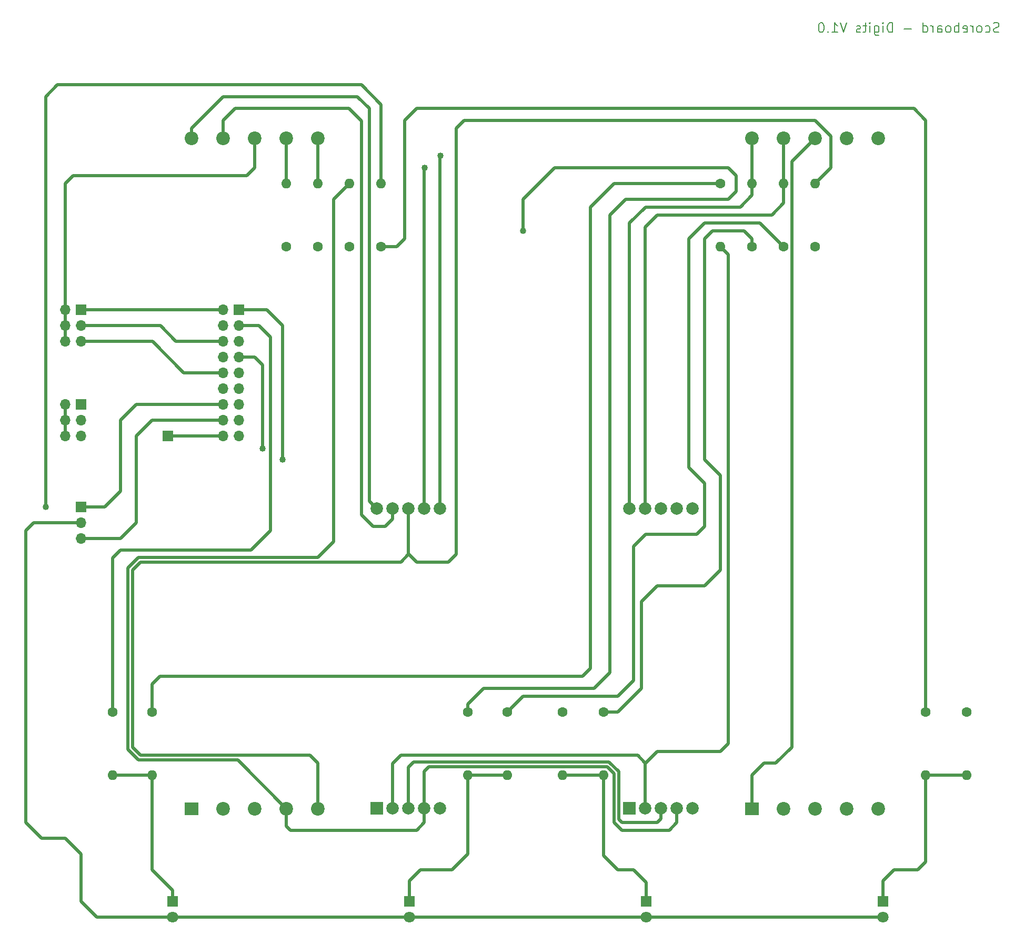
<source format=gbr>
%TF.GenerationSoftware,KiCad,Pcbnew,7.0.2*%
%TF.CreationDate,2023-07-06T23:20:30-07:00*%
%TF.ProjectId,Score-Board-Digits,53636f72-652d-4426-9f61-72642d446967,1*%
%TF.SameCoordinates,Original*%
%TF.FileFunction,Copper,L2,Bot*%
%TF.FilePolarity,Positive*%
%FSLAX46Y46*%
G04 Gerber Fmt 4.6, Leading zero omitted, Abs format (unit mm)*
G04 Created by KiCad (PCBNEW 7.0.2) date 2023-07-06 23:20:30*
%MOMM*%
%LPD*%
G01*
G04 APERTURE LIST*
%ADD10C,0.203200*%
%TA.AperFunction,NonConductor*%
%ADD11C,0.203200*%
%TD*%
%TA.AperFunction,ComponentPad*%
%ADD12R,1.800000X1.800000*%
%TD*%
%TA.AperFunction,ComponentPad*%
%ADD13C,1.800000*%
%TD*%
%TA.AperFunction,ComponentPad*%
%ADD14R,2.200000X2.000000*%
%TD*%
%TA.AperFunction,ComponentPad*%
%ADD15C,2.200000*%
%TD*%
%TA.AperFunction,ComponentPad*%
%ADD16R,2.000000X2.000000*%
%TD*%
%TA.AperFunction,ComponentPad*%
%ADD17C,2.000000*%
%TD*%
%TA.AperFunction,ComponentPad*%
%ADD18C,1.600000*%
%TD*%
%TA.AperFunction,ComponentPad*%
%ADD19O,1.600000X1.600000*%
%TD*%
%TA.AperFunction,ComponentPad*%
%ADD20R,1.700000X1.700000*%
%TD*%
%TA.AperFunction,ComponentPad*%
%ADD21O,1.700000X1.700000*%
%TD*%
%TA.AperFunction,ViaPad*%
%ADD22C,1.016000*%
%TD*%
%TA.AperFunction,Conductor*%
%ADD23C,0.508000*%
%TD*%
G04 APERTURE END LIST*
D10*
D11*
X181984714Y-22035920D02*
X181767000Y-22108491D01*
X181767000Y-22108491D02*
X181404142Y-22108491D01*
X181404142Y-22108491D02*
X181259000Y-22035920D01*
X181259000Y-22035920D02*
X181186428Y-21963348D01*
X181186428Y-21963348D02*
X181113857Y-21818205D01*
X181113857Y-21818205D02*
X181113857Y-21673062D01*
X181113857Y-21673062D02*
X181186428Y-21527920D01*
X181186428Y-21527920D02*
X181259000Y-21455348D01*
X181259000Y-21455348D02*
X181404142Y-21382777D01*
X181404142Y-21382777D02*
X181694428Y-21310205D01*
X181694428Y-21310205D02*
X181839571Y-21237634D01*
X181839571Y-21237634D02*
X181912142Y-21165062D01*
X181912142Y-21165062D02*
X181984714Y-21019920D01*
X181984714Y-21019920D02*
X181984714Y-20874777D01*
X181984714Y-20874777D02*
X181912142Y-20729634D01*
X181912142Y-20729634D02*
X181839571Y-20657062D01*
X181839571Y-20657062D02*
X181694428Y-20584491D01*
X181694428Y-20584491D02*
X181331571Y-20584491D01*
X181331571Y-20584491D02*
X181113857Y-20657062D01*
X179807571Y-22035920D02*
X179952713Y-22108491D01*
X179952713Y-22108491D02*
X180242999Y-22108491D01*
X180242999Y-22108491D02*
X180388142Y-22035920D01*
X180388142Y-22035920D02*
X180460713Y-21963348D01*
X180460713Y-21963348D02*
X180533285Y-21818205D01*
X180533285Y-21818205D02*
X180533285Y-21382777D01*
X180533285Y-21382777D02*
X180460713Y-21237634D01*
X180460713Y-21237634D02*
X180388142Y-21165062D01*
X180388142Y-21165062D02*
X180242999Y-21092491D01*
X180242999Y-21092491D02*
X179952713Y-21092491D01*
X179952713Y-21092491D02*
X179807571Y-21165062D01*
X178936713Y-22108491D02*
X179081856Y-22035920D01*
X179081856Y-22035920D02*
X179154427Y-21963348D01*
X179154427Y-21963348D02*
X179226999Y-21818205D01*
X179226999Y-21818205D02*
X179226999Y-21382777D01*
X179226999Y-21382777D02*
X179154427Y-21237634D01*
X179154427Y-21237634D02*
X179081856Y-21165062D01*
X179081856Y-21165062D02*
X178936713Y-21092491D01*
X178936713Y-21092491D02*
X178718999Y-21092491D01*
X178718999Y-21092491D02*
X178573856Y-21165062D01*
X178573856Y-21165062D02*
X178501285Y-21237634D01*
X178501285Y-21237634D02*
X178428713Y-21382777D01*
X178428713Y-21382777D02*
X178428713Y-21818205D01*
X178428713Y-21818205D02*
X178501285Y-21963348D01*
X178501285Y-21963348D02*
X178573856Y-22035920D01*
X178573856Y-22035920D02*
X178718999Y-22108491D01*
X178718999Y-22108491D02*
X178936713Y-22108491D01*
X177775570Y-22108491D02*
X177775570Y-21092491D01*
X177775570Y-21382777D02*
X177702999Y-21237634D01*
X177702999Y-21237634D02*
X177630428Y-21165062D01*
X177630428Y-21165062D02*
X177485285Y-21092491D01*
X177485285Y-21092491D02*
X177340142Y-21092491D01*
X176251570Y-22035920D02*
X176396713Y-22108491D01*
X176396713Y-22108491D02*
X176686999Y-22108491D01*
X176686999Y-22108491D02*
X176832141Y-22035920D01*
X176832141Y-22035920D02*
X176904713Y-21890777D01*
X176904713Y-21890777D02*
X176904713Y-21310205D01*
X176904713Y-21310205D02*
X176832141Y-21165062D01*
X176832141Y-21165062D02*
X176686999Y-21092491D01*
X176686999Y-21092491D02*
X176396713Y-21092491D01*
X176396713Y-21092491D02*
X176251570Y-21165062D01*
X176251570Y-21165062D02*
X176178999Y-21310205D01*
X176178999Y-21310205D02*
X176178999Y-21455348D01*
X176178999Y-21455348D02*
X176904713Y-21600491D01*
X175525855Y-22108491D02*
X175525855Y-20584491D01*
X175525855Y-21165062D02*
X175380713Y-21092491D01*
X175380713Y-21092491D02*
X175090427Y-21092491D01*
X175090427Y-21092491D02*
X174945284Y-21165062D01*
X174945284Y-21165062D02*
X174872713Y-21237634D01*
X174872713Y-21237634D02*
X174800141Y-21382777D01*
X174800141Y-21382777D02*
X174800141Y-21818205D01*
X174800141Y-21818205D02*
X174872713Y-21963348D01*
X174872713Y-21963348D02*
X174945284Y-22035920D01*
X174945284Y-22035920D02*
X175090427Y-22108491D01*
X175090427Y-22108491D02*
X175380713Y-22108491D01*
X175380713Y-22108491D02*
X175525855Y-22035920D01*
X173929284Y-22108491D02*
X174074427Y-22035920D01*
X174074427Y-22035920D02*
X174146998Y-21963348D01*
X174146998Y-21963348D02*
X174219570Y-21818205D01*
X174219570Y-21818205D02*
X174219570Y-21382777D01*
X174219570Y-21382777D02*
X174146998Y-21237634D01*
X174146998Y-21237634D02*
X174074427Y-21165062D01*
X174074427Y-21165062D02*
X173929284Y-21092491D01*
X173929284Y-21092491D02*
X173711570Y-21092491D01*
X173711570Y-21092491D02*
X173566427Y-21165062D01*
X173566427Y-21165062D02*
X173493856Y-21237634D01*
X173493856Y-21237634D02*
X173421284Y-21382777D01*
X173421284Y-21382777D02*
X173421284Y-21818205D01*
X173421284Y-21818205D02*
X173493856Y-21963348D01*
X173493856Y-21963348D02*
X173566427Y-22035920D01*
X173566427Y-22035920D02*
X173711570Y-22108491D01*
X173711570Y-22108491D02*
X173929284Y-22108491D01*
X172114999Y-22108491D02*
X172114999Y-21310205D01*
X172114999Y-21310205D02*
X172187570Y-21165062D01*
X172187570Y-21165062D02*
X172332713Y-21092491D01*
X172332713Y-21092491D02*
X172622999Y-21092491D01*
X172622999Y-21092491D02*
X172768141Y-21165062D01*
X172114999Y-22035920D02*
X172260141Y-22108491D01*
X172260141Y-22108491D02*
X172622999Y-22108491D01*
X172622999Y-22108491D02*
X172768141Y-22035920D01*
X172768141Y-22035920D02*
X172840713Y-21890777D01*
X172840713Y-21890777D02*
X172840713Y-21745634D01*
X172840713Y-21745634D02*
X172768141Y-21600491D01*
X172768141Y-21600491D02*
X172622999Y-21527920D01*
X172622999Y-21527920D02*
X172260141Y-21527920D01*
X172260141Y-21527920D02*
X172114999Y-21455348D01*
X171389284Y-22108491D02*
X171389284Y-21092491D01*
X171389284Y-21382777D02*
X171316713Y-21237634D01*
X171316713Y-21237634D02*
X171244142Y-21165062D01*
X171244142Y-21165062D02*
X171098999Y-21092491D01*
X171098999Y-21092491D02*
X170953856Y-21092491D01*
X169792713Y-22108491D02*
X169792713Y-20584491D01*
X169792713Y-22035920D02*
X169937855Y-22108491D01*
X169937855Y-22108491D02*
X170228141Y-22108491D01*
X170228141Y-22108491D02*
X170373284Y-22035920D01*
X170373284Y-22035920D02*
X170445855Y-21963348D01*
X170445855Y-21963348D02*
X170518427Y-21818205D01*
X170518427Y-21818205D02*
X170518427Y-21382777D01*
X170518427Y-21382777D02*
X170445855Y-21237634D01*
X170445855Y-21237634D02*
X170373284Y-21165062D01*
X170373284Y-21165062D02*
X170228141Y-21092491D01*
X170228141Y-21092491D02*
X169937855Y-21092491D01*
X169937855Y-21092491D02*
X169792713Y-21165062D01*
X167905855Y-21527920D02*
X166744713Y-21527920D01*
X164857855Y-22108491D02*
X164857855Y-20584491D01*
X164857855Y-20584491D02*
X164494998Y-20584491D01*
X164494998Y-20584491D02*
X164277284Y-20657062D01*
X164277284Y-20657062D02*
X164132141Y-20802205D01*
X164132141Y-20802205D02*
X164059570Y-20947348D01*
X164059570Y-20947348D02*
X163986998Y-21237634D01*
X163986998Y-21237634D02*
X163986998Y-21455348D01*
X163986998Y-21455348D02*
X164059570Y-21745634D01*
X164059570Y-21745634D02*
X164132141Y-21890777D01*
X164132141Y-21890777D02*
X164277284Y-22035920D01*
X164277284Y-22035920D02*
X164494998Y-22108491D01*
X164494998Y-22108491D02*
X164857855Y-22108491D01*
X163333855Y-22108491D02*
X163333855Y-21092491D01*
X163333855Y-20584491D02*
X163406427Y-20657062D01*
X163406427Y-20657062D02*
X163333855Y-20729634D01*
X163333855Y-20729634D02*
X163261284Y-20657062D01*
X163261284Y-20657062D02*
X163333855Y-20584491D01*
X163333855Y-20584491D02*
X163333855Y-20729634D01*
X161954999Y-21092491D02*
X161954999Y-22326205D01*
X161954999Y-22326205D02*
X162027570Y-22471348D01*
X162027570Y-22471348D02*
X162100141Y-22543920D01*
X162100141Y-22543920D02*
X162245284Y-22616491D01*
X162245284Y-22616491D02*
X162462999Y-22616491D01*
X162462999Y-22616491D02*
X162608141Y-22543920D01*
X161954999Y-22035920D02*
X162100141Y-22108491D01*
X162100141Y-22108491D02*
X162390427Y-22108491D01*
X162390427Y-22108491D02*
X162535570Y-22035920D01*
X162535570Y-22035920D02*
X162608141Y-21963348D01*
X162608141Y-21963348D02*
X162680713Y-21818205D01*
X162680713Y-21818205D02*
X162680713Y-21382777D01*
X162680713Y-21382777D02*
X162608141Y-21237634D01*
X162608141Y-21237634D02*
X162535570Y-21165062D01*
X162535570Y-21165062D02*
X162390427Y-21092491D01*
X162390427Y-21092491D02*
X162100141Y-21092491D01*
X162100141Y-21092491D02*
X161954999Y-21165062D01*
X161229284Y-22108491D02*
X161229284Y-21092491D01*
X161229284Y-20584491D02*
X161301856Y-20657062D01*
X161301856Y-20657062D02*
X161229284Y-20729634D01*
X161229284Y-20729634D02*
X161156713Y-20657062D01*
X161156713Y-20657062D02*
X161229284Y-20584491D01*
X161229284Y-20584491D02*
X161229284Y-20729634D01*
X160721285Y-21092491D02*
X160140713Y-21092491D01*
X160503570Y-20584491D02*
X160503570Y-21890777D01*
X160503570Y-21890777D02*
X160430999Y-22035920D01*
X160430999Y-22035920D02*
X160285856Y-22108491D01*
X160285856Y-22108491D02*
X160140713Y-22108491D01*
X159705285Y-22035920D02*
X159560142Y-22108491D01*
X159560142Y-22108491D02*
X159269856Y-22108491D01*
X159269856Y-22108491D02*
X159124713Y-22035920D01*
X159124713Y-22035920D02*
X159052142Y-21890777D01*
X159052142Y-21890777D02*
X159052142Y-21818205D01*
X159052142Y-21818205D02*
X159124713Y-21673062D01*
X159124713Y-21673062D02*
X159269856Y-21600491D01*
X159269856Y-21600491D02*
X159487571Y-21600491D01*
X159487571Y-21600491D02*
X159632713Y-21527920D01*
X159632713Y-21527920D02*
X159705285Y-21382777D01*
X159705285Y-21382777D02*
X159705285Y-21310205D01*
X159705285Y-21310205D02*
X159632713Y-21165062D01*
X159632713Y-21165062D02*
X159487571Y-21092491D01*
X159487571Y-21092491D02*
X159269856Y-21092491D01*
X159269856Y-21092491D02*
X159124713Y-21165062D01*
X157455571Y-20584491D02*
X156947571Y-22108491D01*
X156947571Y-22108491D02*
X156439571Y-20584491D01*
X155133285Y-22108491D02*
X156004142Y-22108491D01*
X155568713Y-22108491D02*
X155568713Y-20584491D01*
X155568713Y-20584491D02*
X155713856Y-20802205D01*
X155713856Y-20802205D02*
X155858999Y-20947348D01*
X155858999Y-20947348D02*
X156004142Y-21019920D01*
X154480141Y-21963348D02*
X154407570Y-22035920D01*
X154407570Y-22035920D02*
X154480141Y-22108491D01*
X154480141Y-22108491D02*
X154552713Y-22035920D01*
X154552713Y-22035920D02*
X154480141Y-21963348D01*
X154480141Y-21963348D02*
X154480141Y-22108491D01*
X153464142Y-20584491D02*
X153318999Y-20584491D01*
X153318999Y-20584491D02*
X153173856Y-20657062D01*
X153173856Y-20657062D02*
X153101285Y-20729634D01*
X153101285Y-20729634D02*
X153028713Y-20874777D01*
X153028713Y-20874777D02*
X152956142Y-21165062D01*
X152956142Y-21165062D02*
X152956142Y-21527920D01*
X152956142Y-21527920D02*
X153028713Y-21818205D01*
X153028713Y-21818205D02*
X153101285Y-21963348D01*
X153101285Y-21963348D02*
X153173856Y-22035920D01*
X153173856Y-22035920D02*
X153318999Y-22108491D01*
X153318999Y-22108491D02*
X153464142Y-22108491D01*
X153464142Y-22108491D02*
X153609285Y-22035920D01*
X153609285Y-22035920D02*
X153681856Y-21963348D01*
X153681856Y-21963348D02*
X153754427Y-21818205D01*
X153754427Y-21818205D02*
X153826999Y-21527920D01*
X153826999Y-21527920D02*
X153826999Y-21165062D01*
X153826999Y-21165062D02*
X153754427Y-20874777D01*
X153754427Y-20874777D02*
X153681856Y-20729634D01*
X153681856Y-20729634D02*
X153609285Y-20657062D01*
X153609285Y-20657062D02*
X153464142Y-20584491D01*
D12*
%TO.P,LED4,1,K*%
%TO.N,Net-(LED4-K)*%
X163352000Y-161995000D03*
D13*
%TO.P,LED4,2,A*%
%TO.N,Net-(LED1-A)*%
X163352000Y-164535000D03*
%TD*%
D14*
%TO.P,DIG4,1,CA*%
%TO.N,Net-(OPT1-Pin_2)*%
X142270000Y-147095000D03*
D15*
%TO.P,DIG4,2,E*%
%TO.N,/SDA.E*%
X147350000Y-147095000D03*
%TO.P,DIG4,3,D*%
%TO.N,/SDA.D*%
X152430000Y-147095000D03*
%TO.P,DIG4,4,C*%
%TO.N,/SDA.C*%
X157510000Y-147095000D03*
%TO.P,DIG4,5,DP*%
%TO.N,/SDA.P*%
X162590000Y-147095000D03*
%TO.P,DIG4,6,B*%
%TO.N,/SDA.B*%
X162590000Y-39145000D03*
%TO.P,DIG4,7,A*%
%TO.N,/SDA.A*%
X157510000Y-39145000D03*
%TO.P,DIG4,8,CA*%
%TO.N,Net-(OPT1-Pin_2)*%
X152430000Y-39145000D03*
%TO.P,DIG4,9,F*%
%TO.N,/SDA.F*%
X147350000Y-39145000D03*
%TO.P,DIG4,10,G*%
%TO.N,/SDA.G*%
X142270000Y-39145000D03*
%TD*%
D16*
%TO.P,DIG1,1,CA*%
%TO.N,Net-(OPT10-Pin_2)*%
X81894200Y-147059800D03*
D17*
%TO.P,DIG1,2,E*%
%TO.N,/SDA.E*%
X84442000Y-147059800D03*
%TO.P,DIG1,3,D*%
%TO.N,/SDA.D*%
X86974200Y-147059800D03*
%TO.P,DIG1,4,C*%
%TO.N,/SDA.C*%
X89522000Y-147059800D03*
%TO.P,DIG1,5,CA*%
%TO.N,Net-(OPT10-Pin_2)*%
X92062000Y-147059800D03*
%TO.P,DIG1,6,B*%
%TO.N,/SDA.B*%
X92054200Y-98799800D03*
%TO.P,DIG1,7,A*%
%TO.N,/SDA.A*%
X89514200Y-98799800D03*
%TO.P,DIG1,8,DP*%
%TO.N,/SDA.P*%
X86974200Y-98799800D03*
%TO.P,DIG1,9,F*%
%TO.N,/SDA.F*%
X84434200Y-98799800D03*
%TO.P,DIG1,10,G*%
%TO.N,/SDA.G*%
X81894200Y-98799800D03*
%TD*%
D14*
%TO.P,DIG3,1,CA*%
%TO.N,Net-(OPT10-Pin_2)*%
X52100000Y-147095000D03*
D15*
%TO.P,DIG3,2,E*%
%TO.N,/SDA.E*%
X57180000Y-147095000D03*
%TO.P,DIG3,3,D*%
%TO.N,/SDA.D*%
X62260000Y-147095000D03*
%TO.P,DIG3,4,C*%
%TO.N,/SDA.C*%
X67340000Y-147095000D03*
%TO.P,DIG3,5,DP*%
%TO.N,/SDA.P*%
X72420000Y-147095000D03*
%TO.P,DIG3,6,B*%
%TO.N,/SDA.B*%
X72420000Y-39145000D03*
%TO.P,DIG3,7,A*%
%TO.N,/SDA.A*%
X67340000Y-39145000D03*
%TO.P,DIG3,8,CA*%
%TO.N,Net-(OPT10-Pin_2)*%
X62260000Y-39145000D03*
%TO.P,DIG3,9,F*%
%TO.N,/SDA.F*%
X57180000Y-39145000D03*
%TO.P,DIG3,10,G*%
%TO.N,/SDA.G*%
X52100000Y-39145000D03*
%TD*%
D12*
%TO.P,LED1,1,K*%
%TO.N,Net-(LED1-K)*%
X49052000Y-161995000D03*
D13*
%TO.P,LED1,2,A*%
%TO.N,Net-(LED1-A)*%
X49052000Y-164535000D03*
%TD*%
D12*
%TO.P,LED3,1,K*%
%TO.N,Net-(LED3-K)*%
X125252000Y-161995000D03*
D13*
%TO.P,LED3,2,A*%
%TO.N,Net-(LED1-A)*%
X125252000Y-164535000D03*
%TD*%
D12*
%TO.P,LED2,1,K*%
%TO.N,Net-(LED2-K)*%
X87152000Y-161995000D03*
D13*
%TO.P,LED2,2,A*%
%TO.N,Net-(LED1-A)*%
X87152000Y-164535000D03*
%TD*%
D16*
%TO.P,DIG2,1,CA*%
%TO.N,Net-(OPT1-Pin_2)*%
X122534200Y-147059800D03*
D17*
%TO.P,DIG2,2,E*%
%TO.N,/SDA.E*%
X125082000Y-147059800D03*
%TO.P,DIG2,3,D*%
%TO.N,/SDA.D*%
X127614200Y-147059800D03*
%TO.P,DIG2,4,C*%
%TO.N,/SDA.C*%
X130162000Y-147059800D03*
%TO.P,DIG2,5,CA*%
%TO.N,Net-(OPT1-Pin_2)*%
X132702000Y-147059800D03*
%TO.P,DIG2,6,B*%
%TO.N,/SDA.B*%
X132694200Y-98799800D03*
%TO.P,DIG2,7,A*%
%TO.N,/SDA.A*%
X130154200Y-98799800D03*
%TO.P,DIG2,8,DP*%
%TO.N,/SDA.P*%
X127614200Y-98799800D03*
%TO.P,DIG2,9,F*%
%TO.N,/SDA.F*%
X125074200Y-98799800D03*
%TO.P,DIG2,10,G*%
%TO.N,/SDA.G*%
X122534200Y-98799800D03*
%TD*%
D18*
%TO.P,R5,1*%
%TO.N,/SD.E*%
X137190000Y-46425000D03*
D19*
%TO.P,R5,2*%
%TO.N,/SDA.E*%
X137190000Y-56585000D03*
%TD*%
D18*
%TO.P,R12,1*%
%TO.N,/SD.D*%
X170210000Y-131515000D03*
D19*
%TO.P,R12,2*%
%TO.N,Net-(LED4-K)*%
X170210000Y-141675000D03*
%TD*%
D20*
%TO.P,OPT10,1,Pin_1*%
%TO.N,Net-(J1-Pin_2)*%
X34325000Y-66760000D03*
D21*
%TO.P,OPT10,2,Pin_2*%
%TO.N,Net-(OPT10-Pin_2)*%
X31785000Y-66760000D03*
%TO.P,OPT10,3,Pin_3*%
%TO.N,Net-(J1-Pin_6)*%
X34325000Y-69300000D03*
%TO.P,OPT10,4,Pin_4*%
%TO.N,Net-(OPT10-Pin_2)*%
X31785000Y-69300000D03*
%TO.P,OPT10,5,Pin_5*%
%TO.N,Net-(J1-Pin_10)*%
X34325000Y-71840000D03*
%TO.P,OPT10,6,Pin_6*%
%TO.N,Net-(OPT10-Pin_2)*%
X31785000Y-71840000D03*
%TD*%
D18*
%TO.P,R7,1*%
%TO.N,/SD.G*%
X142270000Y-56585000D03*
D19*
%TO.P,R7,2*%
%TO.N,/SDA.G*%
X142270000Y-46425000D03*
%TD*%
D20*
%TO.P,J1,1,Pin_1*%
%TO.N,GND*%
X59725000Y-66755000D03*
D21*
%TO.P,J1,2,Pin_2*%
%TO.N,Net-(J1-Pin_2)*%
X57185000Y-66755000D03*
%TO.P,J1,3,Pin_3*%
%TO.N,/SD.A*%
X59725000Y-69295000D03*
%TO.P,J1,4,Pin_4*%
%TO.N,Net-(J1-Pin_4)*%
X57185000Y-69295000D03*
%TO.P,J1,5,Pin_5*%
%TO.N,/SD.B*%
X59725000Y-71835000D03*
%TO.P,J1,6,Pin_6*%
%TO.N,Net-(J1-Pin_6)*%
X57185000Y-71835000D03*
%TO.P,J1,7,Pin_7*%
%TO.N,/SD.C*%
X59725000Y-74375000D03*
%TO.P,J1,8,Pin_8*%
%TO.N,Net-(J1-Pin_8)*%
X57185000Y-74375000D03*
%TO.P,J1,9,Pin_9*%
%TO.N,/SD.D*%
X59725000Y-76915000D03*
%TO.P,J1,10,Pin_10*%
%TO.N,Net-(J1-Pin_10)*%
X57185000Y-76915000D03*
%TO.P,J1,11,Pin_11*%
%TO.N,/SD.E*%
X59725000Y-79455000D03*
%TO.P,J1,12,Pin_12*%
%TO.N,Net-(J1-Pin_12)*%
X57185000Y-79455000D03*
%TO.P,J1,13,Pin_13*%
%TO.N,/SD.F*%
X59725000Y-81995000D03*
%TO.P,J1,14,Pin_14*%
%TO.N,Net-(J1-Pin_14)*%
X57185000Y-81995000D03*
%TO.P,J1,15,Pin_15*%
%TO.N,/SD.G*%
X59725000Y-84535000D03*
%TO.P,J1,16,Pin_16*%
%TO.N,Net-(J1-Pin_16)*%
X57185000Y-84535000D03*
%TO.P,J1,17,Pin_17*%
%TO.N,/SD.P*%
X59725000Y-87075000D03*
%TO.P,J1,18,Pin_18*%
%TO.N,GND*%
X57185000Y-87075000D03*
%TD*%
D18*
%TO.P,R13,1*%
%TO.N,/SD.E*%
X45750000Y-131515000D03*
D19*
%TO.P,R13,2*%
%TO.N,Net-(LED1-K)*%
X45750000Y-141675000D03*
%TD*%
D18*
%TO.P,R10,1*%
%TO.N,/SD.B*%
X96550000Y-131515000D03*
D19*
%TO.P,R10,2*%
%TO.N,Net-(LED2-K)*%
X96550000Y-141675000D03*
%TD*%
D18*
%TO.P,R2,1*%
%TO.N,/SD.B*%
X72420000Y-56585000D03*
D19*
%TO.P,R2,2*%
%TO.N,/SDA.B*%
X72420000Y-46425000D03*
%TD*%
D18*
%TO.P,R11,1*%
%TO.N,/SD.C*%
X111790000Y-131515000D03*
D19*
%TO.P,R11,2*%
%TO.N,Net-(LED3-K)*%
X111790000Y-141675000D03*
%TD*%
D18*
%TO.P,R6,1*%
%TO.N,/SD.F*%
X147350000Y-56585000D03*
D19*
%TO.P,R6,2*%
%TO.N,/SDA.F*%
X147350000Y-46425000D03*
%TD*%
D18*
%TO.P,R3,1*%
%TO.N,/SD.C*%
X77500000Y-56585000D03*
D19*
%TO.P,R3,2*%
%TO.N,/SDA.C*%
X77500000Y-46425000D03*
%TD*%
D18*
%TO.P,R16,1*%
%TO.N,/SD.P*%
X176814000Y-131515000D03*
D19*
%TO.P,R16,2*%
%TO.N,Net-(LED4-K)*%
X176814000Y-141675000D03*
%TD*%
D20*
%TO.P,GND,1,Pin_1*%
%TO.N,GND*%
X48290000Y-87065000D03*
%TD*%
D18*
%TO.P,R14,1*%
%TO.N,/SD.F*%
X102900000Y-131515000D03*
D19*
%TO.P,R14,2*%
%TO.N,Net-(LED2-K)*%
X102900000Y-141675000D03*
%TD*%
D18*
%TO.P,R4,1*%
%TO.N,/SD.D*%
X82580000Y-56585000D03*
D19*
%TO.P,R4,2*%
%TO.N,/SDA.D*%
X82580000Y-46425000D03*
%TD*%
D18*
%TO.P,R8,1*%
%TO.N,/SD.P*%
X152430000Y-56585000D03*
D19*
%TO.P,R8,2*%
%TO.N,/SDA.P*%
X152430000Y-46425000D03*
%TD*%
D20*
%TO.P,OPT1,1,Pin_1*%
%TO.N,Net-(J1-Pin_4)*%
X34325000Y-82000000D03*
D21*
%TO.P,OPT1,2,Pin_2*%
%TO.N,Net-(OPT1-Pin_2)*%
X31785000Y-82000000D03*
%TO.P,OPT1,3,Pin_3*%
%TO.N,Net-(J1-Pin_8)*%
X34325000Y-84540000D03*
%TO.P,OPT1,4,Pin_4*%
%TO.N,Net-(OPT1-Pin_2)*%
X31785000Y-84540000D03*
%TO.P,OPT1,5,Pin_5*%
%TO.N,Net-(J1-Pin_12)*%
X34325000Y-87080000D03*
%TO.P,OPT1,6,Pin_6*%
%TO.N,Net-(OPT1-Pin_2)*%
X31785000Y-87080000D03*
%TD*%
D18*
%TO.P,R9,1*%
%TO.N,/SD.A*%
X39400000Y-131515000D03*
D19*
%TO.P,R9,2*%
%TO.N,Net-(LED1-K)*%
X39400000Y-141675000D03*
%TD*%
D20*
%TO.P,OPT-IND,1,Pin_A*%
%TO.N,Net-(J1-Pin_14)*%
X34320000Y-98495000D03*
D21*
%TO.P,OPT-IND,2,Pin_Common*%
%TO.N,Net-(LED1-A)*%
X34320000Y-101035000D03*
%TO.P,OPT-IND,3,Pin_B*%
%TO.N,Net-(J1-Pin_16)*%
X34320000Y-103575000D03*
%TD*%
D18*
%TO.P,R15,1*%
%TO.N,/SD.G*%
X118394000Y-131515000D03*
D19*
%TO.P,R15,2*%
%TO.N,Net-(LED3-K)*%
X118394000Y-141675000D03*
%TD*%
D18*
%TO.P,R1,1*%
%TO.N,/SD.A*%
X67340000Y-56585000D03*
D19*
%TO.P,R1,2*%
%TO.N,/SDA.A*%
X67340000Y-46425000D03*
%TD*%
D22*
%TO.N,/SDA.D*%
X28605000Y-98495000D03*
%TO.N,/SDA.B*%
X92105000Y-41980000D03*
%TO.N,/SDA.A*%
X89565000Y-43885000D03*
%TO.N,GND*%
X66705000Y-90875000D03*
%TO.N,/SD.B*%
X105440000Y-54045000D03*
%TO.N,/SD.C*%
X63530000Y-89097000D03*
%TD*%
D23*
%TO.N,/SDA.E*%
X127030000Y-137865000D02*
X137190000Y-137865000D01*
X125082000Y-139813000D02*
X127030000Y-137865000D01*
X138460000Y-136595000D02*
X138460000Y-57855000D01*
X125082000Y-139727000D02*
X123855000Y-138500000D01*
X84442000Y-139813000D02*
X84442000Y-147059800D01*
X85755000Y-138500000D02*
X84442000Y-139813000D01*
X138460000Y-57855000D02*
X137190000Y-56585000D01*
X123855000Y-138500000D02*
X85755000Y-138500000D01*
X125082000Y-147059800D02*
X125082000Y-139813000D01*
X137190000Y-137865000D02*
X138460000Y-136595000D01*
%TO.N,/SDA.D*%
X82580000Y-33725000D02*
X79405000Y-30550000D01*
X127030000Y-149295000D02*
X121315000Y-149295000D01*
X127614200Y-147059800D02*
X127614200Y-148710800D01*
X87825000Y-139605000D02*
X86974200Y-140455800D01*
X28605000Y-32455000D02*
X28605000Y-98495000D01*
X86974200Y-140455800D02*
X86974200Y-147059800D01*
X82580000Y-46425000D02*
X82580000Y-33725000D01*
X119251422Y-139605000D02*
X87825000Y-139605000D01*
X120807000Y-148787000D02*
X120807000Y-141160578D01*
X30510000Y-30550000D02*
X28605000Y-32455000D01*
X120807000Y-141160578D02*
X119251422Y-139605000D01*
X127614200Y-148710800D02*
X127030000Y-149295000D01*
X121315000Y-149295000D02*
X120807000Y-148787000D01*
X79405000Y-30550000D02*
X30510000Y-30550000D01*
%TO.N,/SDA.C*%
X120045000Y-141476208D02*
X118935792Y-140367000D01*
X67340000Y-149930000D02*
X67975000Y-150565000D01*
X59507000Y-139262000D02*
X43529370Y-139262000D01*
X88295000Y-150565000D02*
X89522000Y-149338000D01*
X89522000Y-141083000D02*
X89522000Y-147059800D01*
X130162000Y-147059800D02*
X130162000Y-149338000D01*
X118935792Y-140367000D02*
X90238000Y-140367000D01*
X77500000Y-46425000D02*
X74960000Y-48965000D01*
X89522000Y-149338000D02*
X89522000Y-147059800D01*
X128935000Y-150565000D02*
X121315000Y-150565000D01*
X67975000Y-150565000D02*
X88295000Y-150565000D01*
X74960000Y-104083000D02*
X72420000Y-106623000D01*
X41813000Y-108339370D02*
X43529370Y-106623000D01*
X121315000Y-150565000D02*
X120045000Y-149295000D01*
X43529370Y-139262000D02*
X41813000Y-137545630D01*
X130162000Y-149338000D02*
X128935000Y-150565000D01*
X43529370Y-106623000D02*
X72420000Y-106623000D01*
X67340000Y-147095000D02*
X67340000Y-149930000D01*
X120045000Y-149295000D02*
X120045000Y-141476208D01*
X74960000Y-48965000D02*
X74960000Y-104083000D01*
X67340000Y-147095000D02*
X59507000Y-139262000D01*
X90238000Y-140367000D02*
X89522000Y-141083000D01*
X41813000Y-137545630D02*
X41813000Y-108339370D01*
%TO.N,/SDA.B*%
X92054200Y-42030800D02*
X92105000Y-41980000D01*
X72420000Y-46425000D02*
X72420000Y-39145000D01*
X92054200Y-98799800D02*
X92054200Y-42030800D01*
%TO.N,/SDA.A*%
X67340000Y-46425000D02*
X67340000Y-39145000D01*
X89514200Y-98799800D02*
X89514200Y-43935800D01*
X89514200Y-43935800D02*
X89565000Y-43885000D01*
%TO.N,/SDA.P*%
X71150000Y-138500000D02*
X43845000Y-138500000D01*
X72420000Y-147095000D02*
X72420000Y-139770000D01*
X154970000Y-43885000D02*
X152430000Y-46425000D01*
X87075800Y-106165800D02*
X88295000Y-107385000D01*
X94645000Y-106115000D02*
X94645000Y-37535000D01*
X93375000Y-107385000D02*
X94645000Y-106115000D01*
X94645000Y-37535000D02*
X95915000Y-36265000D01*
X95915000Y-36265000D02*
X152430000Y-36265000D01*
X72420000Y-139770000D02*
X71150000Y-138500000D01*
X88295000Y-107385000D02*
X93375000Y-107385000D01*
X43845000Y-138500000D02*
X42575000Y-137230000D01*
X42575000Y-137230000D02*
X42575000Y-108655000D01*
X86974200Y-106165800D02*
X87075800Y-106165800D01*
X152430000Y-36265000D02*
X154970000Y-38805000D01*
X85755000Y-107385000D02*
X86974200Y-106165800D01*
X86974200Y-98799800D02*
X86974200Y-106165800D01*
X42575000Y-108655000D02*
X43845000Y-107385000D01*
X43845000Y-107385000D02*
X85755000Y-107385000D01*
X154970000Y-38805000D02*
X154970000Y-43885000D01*
%TO.N,/SDA.F*%
X81310000Y-101670000D02*
X83215000Y-101670000D01*
X57180000Y-36265000D02*
X59085000Y-34360000D01*
X127030000Y-51505000D02*
X125074200Y-53460800D01*
X147350000Y-46425000D02*
X147350000Y-39145000D01*
X125074200Y-53460800D02*
X125074200Y-98799800D01*
X84434200Y-100450800D02*
X84434200Y-98799800D01*
X79405000Y-99765000D02*
X81310000Y-101670000D01*
X79405000Y-36392000D02*
X79405000Y-99765000D01*
X147350000Y-49600000D02*
X145445000Y-51505000D01*
X145445000Y-51505000D02*
X127030000Y-51505000D01*
X57180000Y-39145000D02*
X57180000Y-36265000D01*
X77373000Y-34360000D02*
X79405000Y-36392000D01*
X83215000Y-101670000D02*
X84434200Y-100450800D01*
X147350000Y-46425000D02*
X147350000Y-49600000D01*
X59085000Y-34360000D02*
X77373000Y-34360000D01*
%TO.N,/SDA.G*%
X57180000Y-32455000D02*
X78770000Y-32455000D01*
X122534200Y-52825800D02*
X122534200Y-98799800D01*
X52100000Y-39145000D02*
X52100000Y-37535000D01*
X125125000Y-50235000D02*
X122534200Y-52825800D01*
X140365000Y-50235000D02*
X125125000Y-50235000D01*
X142270000Y-46425000D02*
X142270000Y-39145000D01*
X78770000Y-32455000D02*
X80675000Y-34360000D01*
X80675000Y-34360000D02*
X80675000Y-68015000D01*
X142270000Y-48330000D02*
X140365000Y-50235000D01*
X80675000Y-97580600D02*
X81894200Y-98799800D01*
X80675000Y-68015000D02*
X80675000Y-97580600D01*
X52100000Y-37535000D02*
X57180000Y-32455000D01*
X142270000Y-46425000D02*
X142270000Y-48330000D01*
%TO.N,GND*%
X66705000Y-69285000D02*
X66705000Y-90875000D01*
X59725000Y-66755000D02*
X64155000Y-66755000D01*
X64155000Y-66755000D02*
X64165000Y-66745000D01*
X64165000Y-66745000D02*
X66705000Y-69285000D01*
X57185000Y-87075000D02*
X48300000Y-87075000D01*
X48300000Y-87075000D02*
X48290000Y-87065000D01*
%TO.N,Net-(J1-Pin_2)*%
X34325000Y-66760000D02*
X57180000Y-66760000D01*
X57180000Y-66760000D02*
X57185000Y-66755000D01*
%TO.N,/SD.A*%
X64800000Y-102305000D02*
X64800000Y-71190000D01*
X61625000Y-105480000D02*
X64800000Y-102305000D01*
X64800000Y-71190000D02*
X62905000Y-69295000D01*
X39400000Y-106750000D02*
X40670000Y-105480000D01*
X62905000Y-69295000D02*
X59725000Y-69295000D01*
X40670000Y-105480000D02*
X61625000Y-105480000D01*
X39400000Y-131515000D02*
X39400000Y-106750000D01*
%TO.N,/SD.B*%
X96550000Y-130245000D02*
X99090000Y-127705000D01*
X96550000Y-131515000D02*
X96550000Y-130245000D01*
X110520000Y-43885000D02*
X105440000Y-48965000D01*
X105440000Y-48965000D02*
X105440000Y-54045000D01*
X138460000Y-43885000D02*
X110520000Y-43885000D01*
X138460000Y-48965000D02*
X139730000Y-47695000D01*
X116870000Y-127705000D02*
X119410000Y-125165000D01*
X139730000Y-45155000D02*
X138460000Y-43885000D01*
X121950000Y-48965000D02*
X138460000Y-48965000D01*
X99090000Y-127705000D02*
X116870000Y-127705000D01*
X119410000Y-125165000D02*
X119410000Y-51505000D01*
X119410000Y-51505000D02*
X121950000Y-48965000D01*
X139730000Y-47695000D02*
X139730000Y-45155000D01*
%TO.N,Net-(J1-Pin_6)*%
X34325000Y-69300000D02*
X47035000Y-69300000D01*
X49570000Y-71835000D02*
X57185000Y-71835000D01*
X47035000Y-69300000D02*
X49570000Y-71835000D01*
%TO.N,/SD.C*%
X62260000Y-74365000D02*
X59735000Y-74365000D01*
X59735000Y-74365000D02*
X59725000Y-74375000D01*
X63530000Y-89097000D02*
X63530000Y-75635000D01*
X63530000Y-75635000D02*
X62260000Y-74365000D01*
%TO.N,/SD.D*%
X168305000Y-34360000D02*
X88295000Y-34360000D01*
X85120000Y-56585000D02*
X82580000Y-56585000D01*
X88295000Y-34360000D02*
X86390000Y-36265000D01*
X86390000Y-36265000D02*
X86390000Y-55315000D01*
X170210000Y-36265000D02*
X168305000Y-34360000D01*
X170210000Y-131515000D02*
X170210000Y-36265000D01*
X86390000Y-55315000D02*
X85120000Y-56585000D01*
%TO.N,Net-(J1-Pin_10)*%
X45765000Y-71840000D02*
X50840000Y-76915000D01*
X50840000Y-76915000D02*
X57185000Y-76915000D01*
X34325000Y-71840000D02*
X45765000Y-71840000D01*
%TO.N,/SD.E*%
X45750000Y-127070000D02*
X45750000Y-131515000D01*
X47020000Y-125800000D02*
X45750000Y-127070000D01*
X116235000Y-124530000D02*
X114965000Y-125800000D01*
X137190000Y-46425000D02*
X120045000Y-46425000D01*
X116235000Y-50235000D02*
X116235000Y-124530000D01*
X120045000Y-46425000D02*
X116235000Y-50235000D01*
X114965000Y-125800000D02*
X47020000Y-125800000D01*
%TO.N,/SD.F*%
X133380000Y-102940000D02*
X125125000Y-102940000D01*
X123220000Y-104845000D02*
X123220000Y-126435000D01*
X134650000Y-94685000D02*
X132110000Y-92145000D01*
X105440000Y-128975000D02*
X102900000Y-131515000D01*
X134650000Y-101670000D02*
X133380000Y-102940000D01*
X147350000Y-56585000D02*
X143540000Y-52775000D01*
X134650000Y-101670000D02*
X134650000Y-94685000D01*
X123220000Y-126435000D02*
X120680000Y-128975000D01*
X132110000Y-92145000D02*
X132110000Y-55315000D01*
X134650000Y-52775000D02*
X132110000Y-55315000D01*
X143540000Y-52775000D02*
X134650000Y-52775000D01*
X125125000Y-102940000D02*
X123220000Y-104845000D01*
X120680000Y-128975000D02*
X105440000Y-128975000D01*
%TO.N,Net-(J1-Pin_14)*%
X34320000Y-98495000D02*
X38130000Y-98495000D01*
X38130000Y-98495000D02*
X40670000Y-95955000D01*
X43210000Y-81985000D02*
X43220000Y-81995000D01*
X43220000Y-81995000D02*
X57185000Y-81995000D01*
X40670000Y-95955000D02*
X40670000Y-84525000D01*
X40670000Y-84525000D02*
X43210000Y-81985000D01*
%TO.N,/SD.G*%
X135920000Y-54045000D02*
X134650000Y-55315000D01*
X124490000Y-127705000D02*
X120680000Y-131515000D01*
X137190000Y-93415000D02*
X137190000Y-108655000D01*
X120680000Y-131515000D02*
X118394000Y-131515000D01*
X127030000Y-111195000D02*
X124490000Y-113735000D01*
X141000000Y-54045000D02*
X135920000Y-54045000D01*
X142270000Y-55315000D02*
X141000000Y-54045000D01*
X134650000Y-90875000D02*
X137190000Y-93415000D01*
X134650000Y-55315000D02*
X134650000Y-90875000D01*
X137190000Y-108655000D02*
X134650000Y-111195000D01*
X142270000Y-56585000D02*
X142270000Y-55315000D01*
X134650000Y-111195000D02*
X127030000Y-111195000D01*
X124490000Y-113735000D02*
X124490000Y-127705000D01*
%TO.N,Net-(J1-Pin_16)*%
X43210000Y-87065000D02*
X45750000Y-84525000D01*
X34320000Y-103575000D02*
X40670000Y-103575000D01*
X43210000Y-101035000D02*
X43210000Y-87065000D01*
X45750000Y-84525000D02*
X45760000Y-84535000D01*
X40670000Y-103575000D02*
X43210000Y-101035000D01*
X45760000Y-84535000D02*
X57185000Y-84535000D01*
%TO.N,Net-(LED1-K)*%
X49052000Y-160217000D02*
X49052000Y-161995000D01*
X39400000Y-141675000D02*
X45750000Y-141675000D01*
X45750000Y-156915000D02*
X49052000Y-160217000D01*
X45750000Y-141675000D02*
X45750000Y-156915000D01*
%TO.N,Net-(LED1-A)*%
X125252000Y-164535000D02*
X87152000Y-164535000D01*
X34320000Y-161995000D02*
X34320000Y-154375000D01*
X27970000Y-151835000D02*
X25430000Y-149295000D01*
X49052000Y-164535000D02*
X36860000Y-164535000D01*
X31780000Y-151835000D02*
X27970000Y-151835000D01*
X25430000Y-102305000D02*
X26700000Y-101035000D01*
X87152000Y-164535000D02*
X49052000Y-164535000D01*
X36860000Y-164535000D02*
X34320000Y-161995000D01*
X34320000Y-154375000D02*
X31780000Y-151835000D01*
X26700000Y-101035000D02*
X34320000Y-101035000D01*
X25430000Y-149295000D02*
X25430000Y-102305000D01*
X163352000Y-164535000D02*
X125252000Y-164535000D01*
%TO.N,Net-(LED2-K)*%
X96550000Y-141675000D02*
X96550000Y-154375000D01*
X94010000Y-156915000D02*
X88930000Y-156915000D01*
X87152000Y-158693000D02*
X87152000Y-161995000D01*
X88930000Y-156915000D02*
X87152000Y-158693000D01*
X96550000Y-154375000D02*
X94010000Y-156915000D01*
X102900000Y-141675000D02*
X96550000Y-141675000D01*
%TO.N,Net-(LED3-K)*%
X118394000Y-154629000D02*
X120680000Y-156915000D01*
X123220000Y-156915000D02*
X125252000Y-158947000D01*
X118394000Y-141675000D02*
X118394000Y-154629000D01*
X120680000Y-156915000D02*
X123220000Y-156915000D01*
X125252000Y-158947000D02*
X125252000Y-161995000D01*
X111790000Y-141675000D02*
X118394000Y-141675000D01*
%TO.N,Net-(LED4-K)*%
X176814000Y-141675000D02*
X170210000Y-141675000D01*
X163352000Y-158693000D02*
X163352000Y-161995000D01*
X170210000Y-141675000D02*
X170210000Y-155645000D01*
X170210000Y-155645000D02*
X168940000Y-156915000D01*
X165130000Y-156915000D02*
X163352000Y-158693000D01*
X168940000Y-156915000D02*
X165130000Y-156915000D01*
%TO.N,Net-(OPT10-Pin_2)*%
X31785000Y-71840000D02*
X31785000Y-69300000D01*
X31785000Y-69300000D02*
X31785000Y-66760000D01*
X31785000Y-46420000D02*
X33050000Y-45155000D01*
X60990000Y-45155000D02*
X62260000Y-43885000D01*
X62260000Y-43885000D02*
X62260000Y-39145000D01*
X31785000Y-66760000D02*
X31785000Y-46420000D01*
X33050000Y-45155000D02*
X60990000Y-45155000D01*
%TO.N,Net-(OPT1-Pin_2)*%
X144175000Y-139770000D02*
X142270000Y-141675000D01*
X148658000Y-137192000D02*
X146080000Y-139770000D01*
X152430000Y-39145000D02*
X148658000Y-42917000D01*
X31785000Y-84540000D02*
X31785000Y-87080000D01*
X31785000Y-82000000D02*
X31785000Y-84540000D01*
X142270000Y-141675000D02*
X142270000Y-147095000D01*
X146080000Y-139770000D02*
X144175000Y-139770000D01*
X148658000Y-42917000D02*
X148658000Y-137192000D01*
%TD*%
M02*

</source>
